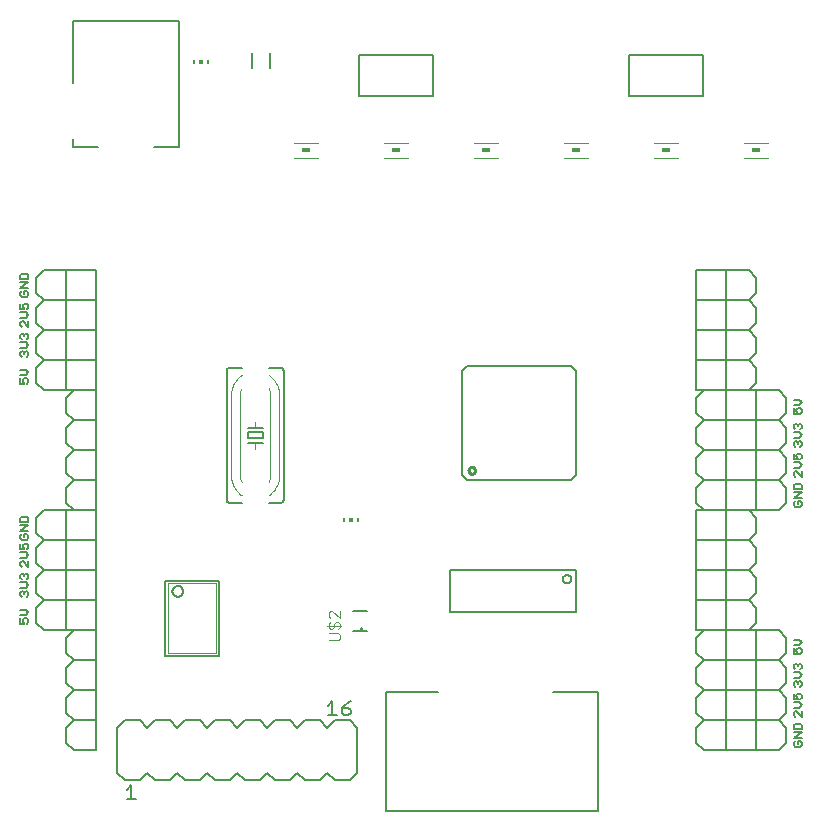
<source format=gto>
G75*
G70*
%OFA0B0*%
%FSLAX24Y24*%
%IPPOS*%
%LPD*%
%AMOC8*
5,1,8,0,0,1.08239X$1,22.5*
%
%ADD10C,0.0050*%
%ADD11C,0.0080*%
%ADD12C,0.0100*%
%ADD13R,0.0059X0.0118*%
%ADD14R,0.0118X0.0118*%
%ADD15C,0.0060*%
%ADD16C,0.0028*%
%ADD17R,0.0276X0.0118*%
%ADD18C,0.0020*%
%ADD19C,0.0030*%
D10*
X002500Y002418D02*
X002750Y002168D01*
X003500Y002168D01*
X003500Y003168D01*
X003500Y004168D01*
X003500Y005168D01*
X003500Y006168D01*
X003500Y007168D01*
X002500Y007168D01*
X002500Y008168D01*
X002500Y009168D01*
X002500Y010168D01*
X002750Y010168D01*
X003500Y010168D01*
X003500Y011168D01*
X003500Y012168D01*
X003500Y013168D01*
X003500Y014168D01*
X003500Y015168D01*
X002500Y015168D01*
X002500Y016168D01*
X002500Y017168D01*
X002500Y018168D01*
X003500Y018168D01*
X003500Y017168D01*
X003500Y016168D01*
X003500Y015168D01*
X003500Y014168D02*
X002750Y014168D01*
X002500Y014168D01*
X002500Y015168D01*
X001750Y015168D01*
X001500Y015418D01*
X001500Y015918D01*
X001750Y016168D01*
X002500Y016168D01*
X003500Y016168D01*
X003500Y017168D02*
X002500Y017168D01*
X001750Y017168D01*
X001500Y017418D01*
X001500Y017918D01*
X001750Y018168D01*
X002500Y018168D01*
X001750Y017168D02*
X001500Y016918D01*
X001500Y016418D01*
X001750Y016168D01*
X001245Y016284D02*
X001065Y016465D01*
X001020Y016465D01*
X000975Y016419D01*
X000975Y016329D01*
X001020Y016284D01*
X001245Y016284D02*
X001245Y016465D01*
X001155Y016579D02*
X001245Y016669D01*
X001155Y016759D01*
X000975Y016759D01*
X000975Y016874D02*
X001110Y016874D01*
X001065Y016964D01*
X001065Y017009D01*
X001110Y017054D01*
X001200Y017054D01*
X001245Y017009D01*
X001245Y016919D01*
X001200Y016874D01*
X000975Y016874D02*
X000975Y017054D01*
X001020Y017284D02*
X001200Y017284D01*
X001245Y017329D01*
X001245Y017419D01*
X001200Y017465D01*
X001110Y017465D01*
X001110Y017374D01*
X001020Y017284D02*
X000975Y017329D01*
X000975Y017419D01*
X001020Y017465D01*
X000975Y017579D02*
X001245Y017759D01*
X000975Y017759D01*
X000975Y017874D02*
X000975Y018009D01*
X001020Y018054D01*
X001200Y018054D01*
X001245Y018009D01*
X001245Y017874D01*
X000975Y017874D01*
X000975Y017579D02*
X001245Y017579D01*
X001155Y016579D02*
X000975Y016579D01*
X001020Y016054D02*
X001065Y016054D01*
X001110Y016009D01*
X001155Y016054D01*
X001200Y016054D01*
X001245Y016009D01*
X001245Y015919D01*
X001200Y015874D01*
X001155Y015759D02*
X000975Y015759D01*
X001020Y015874D02*
X000975Y015919D01*
X000975Y016009D01*
X001020Y016054D01*
X001110Y016009D02*
X001110Y015964D01*
X001155Y015759D02*
X001245Y015669D01*
X001155Y015579D01*
X000975Y015579D01*
X001020Y015465D02*
X001065Y015465D01*
X001110Y015419D01*
X001155Y015465D01*
X001200Y015465D01*
X001245Y015419D01*
X001245Y015329D01*
X001200Y015284D01*
X001110Y015374D02*
X001110Y015419D01*
X001020Y015465D02*
X000975Y015419D01*
X000975Y015329D01*
X001020Y015284D01*
X000975Y014854D02*
X001155Y014854D01*
X001245Y014764D01*
X001155Y014674D01*
X000975Y014674D01*
X000975Y014559D02*
X000975Y014379D01*
X001110Y014379D01*
X001065Y014469D01*
X001065Y014514D01*
X001110Y014559D01*
X001200Y014559D01*
X001245Y014514D01*
X001245Y014424D01*
X001200Y014379D01*
X001500Y014418D02*
X001500Y014918D01*
X001750Y015168D01*
X001500Y014418D02*
X001750Y014168D01*
X002500Y014168D01*
X002500Y013918D02*
X002750Y014168D01*
X002500Y013918D02*
X002500Y013418D01*
X002750Y013168D01*
X003500Y013168D01*
X002750Y013168D02*
X002500Y012918D01*
X002500Y012418D01*
X002750Y012168D01*
X003500Y012168D01*
X002750Y012168D02*
X002500Y011918D01*
X002500Y011418D01*
X002750Y011168D01*
X003500Y011168D01*
X002750Y011168D02*
X002500Y010918D01*
X002500Y010418D01*
X002750Y010168D01*
X002500Y010168D02*
X001750Y010168D01*
X001500Y009918D01*
X001500Y009418D01*
X001750Y009168D01*
X002500Y009168D01*
X003500Y009168D01*
X003500Y010168D01*
X003500Y009168D02*
X003500Y008168D01*
X003500Y007168D01*
X003500Y006168D02*
X002750Y006168D01*
X002500Y006168D01*
X001750Y006168D01*
X001500Y006418D01*
X001500Y006918D01*
X001750Y007168D01*
X002500Y007168D01*
X002500Y006168D01*
X002500Y005918D02*
X002750Y006168D01*
X002500Y005918D02*
X002500Y005418D01*
X002750Y005168D01*
X003500Y005168D01*
X002750Y005168D02*
X002500Y004918D01*
X002500Y004418D01*
X002750Y004168D01*
X003500Y004168D01*
X002750Y004168D02*
X002500Y003918D01*
X002500Y003418D01*
X002750Y003168D01*
X003500Y003168D01*
X002750Y003168D02*
X002500Y002918D01*
X002500Y002418D01*
X004525Y000844D02*
X004675Y000994D01*
X004675Y000543D01*
X004525Y000543D02*
X004825Y000543D01*
X001200Y006379D02*
X001245Y006424D01*
X001245Y006514D01*
X001200Y006559D01*
X001110Y006559D01*
X001065Y006514D01*
X001065Y006469D01*
X001110Y006379D01*
X000975Y006379D01*
X000975Y006559D01*
X000975Y006674D02*
X001155Y006674D01*
X001245Y006764D01*
X001155Y006854D01*
X000975Y006854D01*
X001020Y007284D02*
X000975Y007329D01*
X000975Y007419D01*
X001020Y007465D01*
X001065Y007465D01*
X001110Y007419D01*
X001155Y007465D01*
X001200Y007465D01*
X001245Y007419D01*
X001245Y007329D01*
X001200Y007284D01*
X001110Y007374D02*
X001110Y007419D01*
X001155Y007579D02*
X000975Y007579D01*
X001155Y007579D02*
X001245Y007669D01*
X001155Y007759D01*
X000975Y007759D01*
X001020Y007874D02*
X000975Y007919D01*
X000975Y008009D01*
X001020Y008054D01*
X001065Y008054D01*
X001110Y008009D01*
X001155Y008054D01*
X001200Y008054D01*
X001245Y008009D01*
X001245Y007919D01*
X001200Y007874D01*
X001110Y007964D02*
X001110Y008009D01*
X001020Y008284D02*
X000975Y008329D01*
X000975Y008419D01*
X001020Y008465D01*
X001065Y008465D01*
X001245Y008284D01*
X001245Y008465D01*
X001155Y008579D02*
X001245Y008669D01*
X001155Y008759D01*
X000975Y008759D01*
X000975Y008874D02*
X001110Y008874D01*
X001065Y008964D01*
X001065Y009009D01*
X001110Y009054D01*
X001200Y009054D01*
X001245Y009009D01*
X001245Y008919D01*
X001200Y008874D01*
X000975Y008874D02*
X000975Y009054D01*
X001020Y009184D02*
X001200Y009184D01*
X001245Y009229D01*
X001245Y009319D01*
X001200Y009365D01*
X001110Y009365D01*
X001110Y009274D01*
X001020Y009184D02*
X000975Y009229D01*
X000975Y009319D01*
X001020Y009365D01*
X000975Y009479D02*
X001245Y009659D01*
X000975Y009659D01*
X000975Y009774D02*
X000975Y009909D01*
X001020Y009954D01*
X001200Y009954D01*
X001245Y009909D01*
X001245Y009774D01*
X000975Y009774D01*
X000975Y009479D02*
X001245Y009479D01*
X001750Y009168D02*
X001500Y008918D01*
X001500Y008418D01*
X001750Y008168D01*
X001500Y007918D01*
X001500Y007418D01*
X001750Y007168D01*
X001750Y008168D02*
X002500Y008168D01*
X003500Y008168D01*
X001155Y008579D02*
X000975Y008579D01*
X011225Y003644D02*
X011375Y003794D01*
X011375Y003343D01*
X011225Y003343D02*
X011525Y003343D01*
X011685Y003418D02*
X011685Y003568D01*
X011911Y003568D01*
X011986Y003493D01*
X011986Y003418D01*
X011911Y003343D01*
X011760Y003343D01*
X011685Y003418D01*
X011685Y003568D02*
X011836Y003719D01*
X011986Y003794D01*
X013157Y004121D02*
X013157Y000125D01*
X020243Y000125D01*
X020243Y004121D01*
X018728Y004121D01*
X019500Y006765D02*
X019500Y008171D01*
X015300Y008171D01*
X015300Y006765D01*
X019500Y006765D01*
X019059Y007871D02*
X019061Y007894D01*
X019067Y007917D01*
X019076Y007938D01*
X019089Y007958D01*
X019105Y007975D01*
X019123Y007989D01*
X019143Y008000D01*
X019165Y008008D01*
X019188Y008012D01*
X019212Y008012D01*
X019235Y008008D01*
X019257Y008000D01*
X019277Y007989D01*
X019295Y007975D01*
X019311Y007958D01*
X019324Y007938D01*
X019333Y007917D01*
X019339Y007894D01*
X019341Y007871D01*
X019339Y007848D01*
X019333Y007825D01*
X019324Y007804D01*
X019311Y007784D01*
X019295Y007767D01*
X019277Y007753D01*
X019257Y007742D01*
X019235Y007734D01*
X019212Y007730D01*
X019188Y007730D01*
X019165Y007734D01*
X019143Y007742D01*
X019123Y007753D01*
X019105Y007767D01*
X019089Y007784D01*
X019076Y007804D01*
X019067Y007825D01*
X019061Y007848D01*
X019059Y007871D01*
X014889Y004121D02*
X013157Y004121D01*
X012536Y006134D02*
X012064Y006134D01*
X012319Y006232D02*
X012321Y006240D01*
X012326Y006247D01*
X012333Y006251D01*
X012341Y006252D01*
X012349Y006249D01*
X012355Y006244D01*
X012359Y006236D01*
X012359Y006228D01*
X012355Y006220D01*
X012349Y006215D01*
X012341Y006212D01*
X012333Y006213D01*
X012326Y006217D01*
X012321Y006224D01*
X012319Y006232D01*
X012536Y006803D02*
X012064Y006803D01*
X023500Y007168D02*
X023500Y006168D01*
X023750Y006168D01*
X024500Y006168D01*
X025250Y006168D01*
X025500Y006168D01*
X025500Y005168D01*
X025500Y004168D01*
X025500Y003168D01*
X025500Y002168D01*
X026250Y002168D01*
X026500Y002418D01*
X026500Y002918D01*
X026250Y003168D01*
X025500Y003168D01*
X024500Y003168D01*
X024500Y004168D01*
X025500Y004168D01*
X026250Y004168D01*
X026500Y004418D01*
X026500Y004918D01*
X026250Y005168D01*
X025500Y005168D01*
X024500Y005168D01*
X024500Y006168D01*
X024500Y007168D01*
X025240Y007168D01*
X025250Y007168D02*
X025500Y007418D01*
X025500Y007918D01*
X025250Y008168D01*
X025500Y008418D01*
X025500Y008918D01*
X025250Y009168D01*
X025500Y009418D01*
X025500Y009918D01*
X025250Y010168D01*
X025500Y010168D01*
X025500Y011168D01*
X025500Y012168D01*
X025500Y013168D01*
X025500Y014168D01*
X026250Y014168D01*
X026500Y013918D01*
X026500Y013418D01*
X026250Y013168D01*
X025500Y013168D01*
X024500Y013168D01*
X024500Y014168D01*
X025250Y014168D01*
X025500Y014168D01*
X025500Y014418D02*
X025250Y014168D01*
X025500Y014418D02*
X025500Y014918D01*
X025250Y015168D01*
X024500Y015168D01*
X023500Y015168D01*
X023500Y016168D01*
X023500Y017168D01*
X023500Y018168D01*
X024500Y018168D01*
X025250Y018168D01*
X025500Y017918D01*
X025500Y017418D01*
X025250Y017168D01*
X024500Y017168D01*
X024500Y018168D01*
X024500Y017168D02*
X023500Y017168D01*
X023500Y016168D02*
X024500Y016168D01*
X025250Y016168D01*
X025500Y016418D01*
X025500Y016918D01*
X025250Y017168D01*
X024500Y017168D02*
X024500Y016168D01*
X024500Y015168D01*
X024500Y014168D01*
X023750Y014168D01*
X023500Y014168D01*
X023500Y015168D01*
X023750Y014168D02*
X023500Y013918D01*
X023500Y013418D01*
X023750Y013168D01*
X024500Y013168D01*
X024500Y012168D01*
X025500Y012168D01*
X026250Y012168D01*
X026500Y012418D01*
X026500Y012918D01*
X026250Y013168D01*
X026750Y013009D02*
X026795Y013054D01*
X026840Y013054D01*
X026885Y013009D01*
X026930Y013054D01*
X026975Y013054D01*
X027020Y013009D01*
X027020Y012919D01*
X026975Y012874D01*
X026930Y012759D02*
X026750Y012759D01*
X026795Y012874D02*
X026750Y012919D01*
X026750Y013009D01*
X026885Y013009D02*
X026885Y012964D01*
X026930Y012759D02*
X027020Y012669D01*
X026930Y012579D01*
X026750Y012579D01*
X026795Y012465D02*
X026840Y012465D01*
X026885Y012419D01*
X026930Y012465D01*
X026975Y012465D01*
X027020Y012419D01*
X027020Y012329D01*
X026975Y012284D01*
X026885Y012374D02*
X026885Y012419D01*
X026795Y012465D02*
X026750Y012419D01*
X026750Y012329D01*
X026795Y012284D01*
X026750Y012054D02*
X026750Y011874D01*
X026885Y011874D01*
X026840Y011964D01*
X026840Y012009D01*
X026885Y012054D01*
X026975Y012054D01*
X027020Y012009D01*
X027020Y011919D01*
X026975Y011874D01*
X026930Y011759D02*
X026750Y011759D01*
X026930Y011759D02*
X027020Y011669D01*
X026930Y011579D01*
X026750Y011579D01*
X026795Y011465D02*
X026750Y011419D01*
X026750Y011329D01*
X026795Y011284D01*
X026795Y011465D02*
X026840Y011465D01*
X027020Y011284D01*
X027020Y011465D01*
X026975Y011054D02*
X026795Y011054D01*
X026750Y011009D01*
X026750Y010874D01*
X027020Y010874D01*
X027020Y011009D01*
X026975Y011054D01*
X027020Y010759D02*
X026750Y010759D01*
X026750Y010579D02*
X027020Y010759D01*
X027020Y010579D02*
X026750Y010579D01*
X026795Y010465D02*
X026750Y010419D01*
X026750Y010329D01*
X026795Y010284D01*
X026975Y010284D01*
X027020Y010329D01*
X027020Y010419D01*
X026975Y010465D01*
X026885Y010465D01*
X026885Y010374D01*
X026500Y010418D02*
X026500Y010918D01*
X026250Y011168D01*
X025500Y011168D01*
X024500Y011168D01*
X024500Y012168D01*
X023750Y012168D01*
X023500Y012418D01*
X023500Y012918D01*
X023750Y013168D01*
X023750Y012168D02*
X023500Y011918D01*
X023500Y011418D01*
X023750Y011168D01*
X024500Y011168D01*
X024500Y010168D01*
X025250Y010168D01*
X025500Y010168D02*
X026250Y010168D01*
X026500Y010418D01*
X026250Y011168D02*
X026500Y011418D01*
X026500Y011918D01*
X026250Y012168D01*
X026750Y013379D02*
X026885Y013379D01*
X026840Y013469D01*
X026840Y013514D01*
X026885Y013559D01*
X026975Y013559D01*
X027020Y013514D01*
X027020Y013424D01*
X026975Y013379D01*
X026750Y013379D02*
X026750Y013559D01*
X026750Y013674D02*
X026930Y013674D01*
X027020Y013764D01*
X026930Y013854D01*
X026750Y013854D01*
X025250Y015168D02*
X025500Y015418D01*
X025500Y015918D01*
X025250Y016168D01*
X023750Y011168D02*
X023500Y010918D01*
X023500Y010418D01*
X023750Y010168D01*
X023500Y010168D01*
X023500Y009168D01*
X023500Y008168D01*
X023500Y007168D01*
X024500Y007168D01*
X024500Y008168D01*
X025240Y008168D01*
X024500Y008168D02*
X024500Y009168D01*
X025240Y009168D01*
X024500Y009168D02*
X023500Y009168D01*
X023500Y008168D02*
X024500Y008168D01*
X024500Y009168D02*
X024500Y010168D01*
X023750Y010168D01*
X025250Y007168D02*
X025500Y006918D01*
X025500Y006418D01*
X025250Y006168D01*
X025500Y006168D02*
X026250Y006168D01*
X026500Y005918D01*
X026500Y005418D01*
X026250Y005168D01*
X026750Y005009D02*
X026795Y005054D01*
X026840Y005054D01*
X026885Y005009D01*
X026930Y005054D01*
X026975Y005054D01*
X027020Y005009D01*
X027020Y004919D01*
X026975Y004874D01*
X026930Y004759D02*
X026750Y004759D01*
X026795Y004874D02*
X026750Y004919D01*
X026750Y005009D01*
X026885Y005009D02*
X026885Y004964D01*
X026930Y004759D02*
X027020Y004669D01*
X026930Y004579D01*
X026750Y004579D01*
X026795Y004465D02*
X026840Y004465D01*
X026885Y004419D01*
X026930Y004465D01*
X026975Y004465D01*
X027020Y004419D01*
X027020Y004329D01*
X026975Y004284D01*
X026885Y004374D02*
X026885Y004419D01*
X026795Y004465D02*
X026750Y004419D01*
X026750Y004329D01*
X026795Y004284D01*
X026750Y004054D02*
X026750Y003874D01*
X026885Y003874D01*
X026840Y003964D01*
X026840Y004009D01*
X026885Y004054D01*
X026975Y004054D01*
X027020Y004009D01*
X027020Y003919D01*
X026975Y003874D01*
X026930Y003759D02*
X026750Y003759D01*
X026930Y003759D02*
X027020Y003669D01*
X026930Y003579D01*
X026750Y003579D01*
X026795Y003465D02*
X026750Y003419D01*
X026750Y003329D01*
X026795Y003284D01*
X026795Y003465D02*
X026840Y003465D01*
X027020Y003284D01*
X027020Y003465D01*
X026975Y003054D02*
X026795Y003054D01*
X026750Y003009D01*
X026750Y002874D01*
X027020Y002874D01*
X027020Y003009D01*
X026975Y003054D01*
X027020Y002759D02*
X026750Y002759D01*
X026750Y002579D02*
X027020Y002759D01*
X027020Y002579D02*
X026750Y002579D01*
X026795Y002465D02*
X026750Y002419D01*
X026750Y002329D01*
X026795Y002284D01*
X026975Y002284D01*
X027020Y002329D01*
X027020Y002419D01*
X026975Y002465D01*
X026885Y002465D01*
X026885Y002374D01*
X026250Y003168D02*
X026500Y003418D01*
X026500Y003918D01*
X026250Y004168D01*
X026750Y005379D02*
X026885Y005379D01*
X026840Y005469D01*
X026840Y005514D01*
X026885Y005559D01*
X026975Y005559D01*
X027020Y005514D01*
X027020Y005424D01*
X026975Y005379D01*
X026750Y005379D02*
X026750Y005559D01*
X026750Y005674D02*
X026930Y005674D01*
X027020Y005764D01*
X026930Y005854D01*
X026750Y005854D01*
X024500Y005168D02*
X024500Y004168D01*
X023750Y004168D01*
X023500Y004418D01*
X023500Y004918D01*
X023750Y005168D01*
X024500Y005168D01*
X023750Y005168D02*
X023500Y005418D01*
X023500Y005918D01*
X023750Y006168D01*
X023750Y004168D02*
X023500Y003918D01*
X023500Y003418D01*
X023750Y003168D01*
X024500Y003168D01*
X024500Y002168D01*
X025500Y002168D01*
X024500Y002168D02*
X023750Y002168D01*
X023500Y002418D01*
X023500Y002918D01*
X023750Y003168D01*
D11*
X019332Y011179D02*
X015868Y011179D01*
X015710Y011336D01*
X015710Y014801D01*
X015868Y014958D01*
X019332Y014958D01*
X019490Y014801D01*
X019490Y011336D01*
X019332Y011179D01*
X006272Y022275D02*
X005445Y022275D01*
X006272Y022275D02*
X006272Y026487D01*
X002728Y026487D01*
X002728Y024401D01*
X002728Y022550D02*
X002728Y022275D01*
X003555Y022275D01*
X008700Y024918D02*
X008700Y025418D01*
X009300Y025418D02*
X009300Y024918D01*
D12*
X015914Y011494D02*
X015916Y011514D01*
X015921Y011534D01*
X015931Y011552D01*
X015943Y011569D01*
X015958Y011583D01*
X015976Y011593D01*
X015995Y011601D01*
X016015Y011605D01*
X016035Y011605D01*
X016055Y011601D01*
X016074Y011593D01*
X016092Y011583D01*
X016107Y011569D01*
X016119Y011552D01*
X016129Y011534D01*
X016134Y011514D01*
X016136Y011494D01*
X016134Y011474D01*
X016129Y011454D01*
X016119Y011436D01*
X016107Y011419D01*
X016092Y011405D01*
X016074Y011395D01*
X016055Y011387D01*
X016035Y011383D01*
X016015Y011383D01*
X015995Y011387D01*
X015976Y011395D01*
X015958Y011405D01*
X015943Y011419D01*
X015931Y011436D01*
X015921Y011454D01*
X015916Y011474D01*
X015914Y011494D01*
D13*
X012236Y009827D03*
X011764Y009827D03*
X007236Y025109D03*
X006764Y025109D03*
D14*
X007000Y025109D03*
X012000Y009827D03*
D15*
X009750Y010518D02*
X009750Y014818D01*
X009748Y014835D01*
X009744Y014852D01*
X009737Y014868D01*
X009727Y014882D01*
X009714Y014895D01*
X009700Y014905D01*
X009684Y014912D01*
X009667Y014916D01*
X009650Y014918D01*
X009250Y014918D01*
X008350Y014918D02*
X007950Y014918D01*
X007933Y014916D01*
X007916Y014912D01*
X007900Y014905D01*
X007886Y014895D01*
X007873Y014882D01*
X007863Y014868D01*
X007856Y014852D01*
X007852Y014835D01*
X007850Y014818D01*
X007850Y010518D01*
X007852Y010501D01*
X007856Y010484D01*
X007863Y010468D01*
X007873Y010454D01*
X007886Y010441D01*
X007900Y010431D01*
X007916Y010424D01*
X007933Y010420D01*
X007950Y010418D01*
X008350Y010418D01*
X009250Y010418D02*
X009650Y010418D01*
X009667Y010420D01*
X009684Y010424D01*
X009700Y010431D01*
X009714Y010441D01*
X009727Y010454D01*
X009737Y010468D01*
X009744Y010484D01*
X009748Y010501D01*
X009750Y010518D01*
X009050Y012418D02*
X008800Y012418D01*
X008550Y012418D01*
X008550Y012568D02*
X008550Y012768D01*
X009050Y012768D01*
X009050Y012568D01*
X008550Y012568D01*
X008550Y012918D02*
X008800Y012918D01*
X009050Y012918D01*
X007599Y007814D02*
X005801Y007814D01*
X005801Y005322D01*
X007599Y005322D01*
X007599Y007814D01*
X006040Y007464D02*
X006042Y007490D01*
X006048Y007516D01*
X006057Y007540D01*
X006070Y007563D01*
X006086Y007584D01*
X006105Y007602D01*
X006126Y007618D01*
X006150Y007630D01*
X006174Y007638D01*
X006200Y007643D01*
X006227Y007644D01*
X006253Y007641D01*
X006278Y007634D01*
X006302Y007624D01*
X006325Y007610D01*
X006345Y007594D01*
X006362Y007574D01*
X006377Y007552D01*
X006388Y007528D01*
X006396Y007503D01*
X006400Y007477D01*
X006400Y007451D01*
X006396Y007425D01*
X006388Y007400D01*
X006377Y007376D01*
X006362Y007354D01*
X006345Y007334D01*
X006325Y007318D01*
X006302Y007304D01*
X006278Y007294D01*
X006253Y007287D01*
X006227Y007284D01*
X006200Y007285D01*
X006174Y007290D01*
X006150Y007298D01*
X006126Y007310D01*
X006105Y007326D01*
X006086Y007344D01*
X006070Y007365D01*
X006057Y007388D01*
X006048Y007412D01*
X006042Y007438D01*
X006040Y007464D01*
X005950Y003168D02*
X005450Y003168D01*
X005200Y002918D01*
X004950Y003168D01*
X004450Y003168D01*
X004200Y002918D01*
X004200Y001418D01*
X004450Y001168D01*
X004950Y001168D01*
X005200Y001418D01*
X005450Y001168D01*
X005950Y001168D01*
X006200Y001418D01*
X006450Y001168D01*
X006950Y001168D01*
X007200Y001418D01*
X007450Y001168D01*
X007950Y001168D01*
X008200Y001418D01*
X008450Y001168D01*
X008950Y001168D01*
X009200Y001418D01*
X009450Y001168D01*
X009950Y001168D01*
X010200Y001418D01*
X010450Y001168D01*
X010950Y001168D01*
X011200Y001418D01*
X011450Y001168D01*
X011950Y001168D01*
X012200Y001418D01*
X012200Y002918D01*
X011950Y003168D01*
X011450Y003168D01*
X011200Y002918D01*
X010950Y003168D01*
X010450Y003168D01*
X010200Y002918D01*
X009950Y003168D01*
X009450Y003168D01*
X009200Y002918D01*
X008950Y003168D01*
X008450Y003168D01*
X008200Y002918D01*
X007950Y003168D01*
X007450Y003168D01*
X007200Y002918D01*
X006950Y003168D01*
X006450Y003168D01*
X006200Y002918D01*
X005950Y003168D01*
X012270Y023987D02*
X014730Y023987D01*
X014730Y025349D01*
X012270Y025349D01*
X012270Y023987D01*
X021270Y023987D02*
X023730Y023987D01*
X023730Y025349D01*
X021270Y025349D01*
X021270Y023987D01*
D16*
X022106Y022414D02*
X022894Y022414D01*
X022894Y021922D02*
X022106Y021922D01*
X019894Y021922D02*
X019106Y021922D01*
X019106Y022414D02*
X019894Y022414D01*
X016894Y022414D02*
X016106Y022414D01*
X016106Y021922D02*
X016894Y021922D01*
X013894Y021922D02*
X013106Y021922D01*
X013106Y022414D02*
X013894Y022414D01*
X010894Y022414D02*
X010106Y022414D01*
X010106Y021922D02*
X010894Y021922D01*
X025106Y021922D02*
X025894Y021922D01*
X025894Y022414D02*
X025106Y022414D01*
D17*
X025500Y022168D03*
X022500Y022168D03*
X019500Y022168D03*
X016500Y022168D03*
X013500Y022168D03*
X010500Y022168D03*
D18*
X009600Y014018D02*
X009600Y011318D01*
X009300Y011318D02*
X009300Y014018D01*
X009299Y014056D01*
X009294Y014093D01*
X009287Y014130D01*
X009278Y014166D01*
X009265Y014202D01*
X009250Y014236D01*
X008350Y014679D02*
X008305Y014647D01*
X008263Y014611D01*
X008223Y014572D01*
X008186Y014530D01*
X008152Y014487D01*
X008121Y014440D01*
X008093Y014392D01*
X008069Y014342D01*
X008048Y014291D01*
X008031Y014238D01*
X008017Y014184D01*
X008008Y014129D01*
X008002Y014074D01*
X008000Y014018D01*
X008000Y011318D01*
X008300Y011318D02*
X008300Y014018D01*
X008301Y014056D01*
X008306Y014093D01*
X008313Y014130D01*
X008322Y014166D01*
X008335Y014202D01*
X008350Y014236D01*
X009250Y014679D02*
X009295Y014647D01*
X009337Y014611D01*
X009377Y014572D01*
X009414Y014531D01*
X009448Y014487D01*
X009479Y014440D01*
X009507Y014392D01*
X009531Y014342D01*
X009552Y014291D01*
X009569Y014238D01*
X009583Y014184D01*
X009592Y014129D01*
X009598Y014074D01*
X009600Y014018D01*
X008800Y013118D02*
X008800Y012918D01*
X008800Y012418D02*
X008800Y012218D01*
X008000Y011318D02*
X008002Y011262D01*
X008008Y011207D01*
X008017Y011152D01*
X008031Y011098D01*
X008048Y011045D01*
X008069Y010994D01*
X008093Y010944D01*
X008121Y010896D01*
X008152Y010849D01*
X008186Y010805D01*
X008223Y010764D01*
X008263Y010725D01*
X008305Y010689D01*
X008350Y010657D01*
X009250Y010657D02*
X009295Y010689D01*
X009337Y010725D01*
X009377Y010764D01*
X009414Y010806D01*
X009448Y010849D01*
X009479Y010896D01*
X009507Y010944D01*
X009531Y010994D01*
X009552Y011045D01*
X009569Y011098D01*
X009583Y011152D01*
X009592Y011207D01*
X009598Y011262D01*
X009600Y011318D01*
X009300Y011318D02*
X009299Y011280D01*
X009294Y011243D01*
X009287Y011206D01*
X009278Y011170D01*
X009265Y011134D01*
X009250Y011100D01*
X008350Y011100D02*
X008335Y011134D01*
X008322Y011170D01*
X008313Y011206D01*
X008306Y011243D01*
X008301Y011280D01*
X008300Y011318D01*
X007509Y007724D02*
X005891Y007724D01*
X005891Y005412D01*
X007509Y005412D01*
X007509Y007724D01*
D19*
X011248Y006747D02*
X011248Y006624D01*
X011309Y006562D01*
X011309Y006441D02*
X011248Y006379D01*
X011248Y006256D01*
X011309Y006194D01*
X011371Y006194D01*
X011433Y006256D01*
X011433Y006379D01*
X011495Y006441D01*
X011556Y006441D01*
X011618Y006379D01*
X011618Y006256D01*
X011556Y006194D01*
X011556Y006072D02*
X011248Y006072D01*
X011248Y005826D02*
X011556Y005826D01*
X011618Y005887D01*
X011618Y006011D01*
X011556Y006072D01*
X011680Y006317D02*
X011186Y006317D01*
X011248Y006747D02*
X011309Y006809D01*
X011371Y006809D01*
X011618Y006562D01*
X011618Y006809D01*
M02*

</source>
